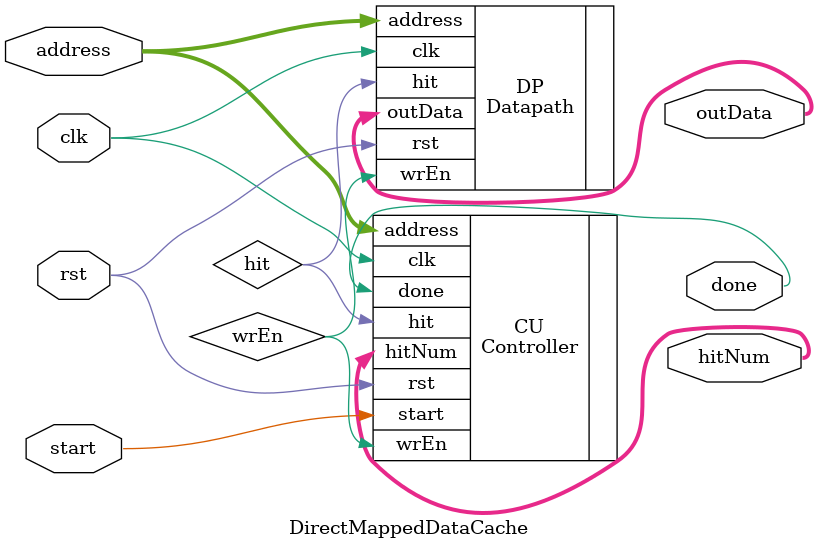
<source format=v>
module DirectMappedDataCache(
  clk, rst, start, done, address, outData, hitNum
);
    input clk, rst, start;
    input[14:0] address;
    output done;
    output[15:0] hitNum;
    output[31:0] outData;

    wire hit, wrEn;

    Datapath DP(.clk(clk), .rst(rst), .wrEn(wrEn), .address(address), .hit(hit), .outData(outData));
    Controller CU(.clk(clk), .rst(rst), .start(start), .done(done), .address(address), .wrEn(wrEn), .hit(hit), .hitNum(hitNum));

endmodule // DirectMappedDataCache
</source>
